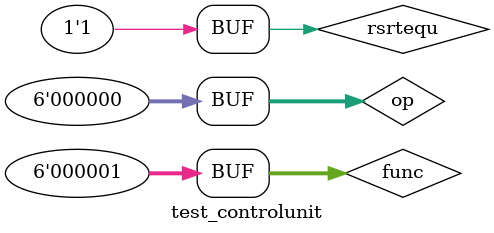
<source format=v>
`timescale 1ns / 1ps


module test_controlunit;

	// Inputs
	reg rsrtequ;
	reg [5:0] func;
	reg [5:0] op;

	// Outputs
	wire wreg;
	wire m2reg;
	wire wmem;
	wire [2:0] aluc;
	wire regrt;
	wire aluimm;
	wire sext;
	wire [1:0] pcsource;
	wire shift;

	// Instantiate the Unit Under Test (UUT)
	Control_Unit uut (
		.rsrtequ(rsrtequ), 
		.func(func), 
		.op(op), 
		.wreg(wreg), 
		.m2reg(m2reg), 
		.wmem(wmem), 
		.aluc(aluc), 
		.regrt(regrt), 
		.aluimm(aluimm), 
		.sext(sext), 
		.pcsource(pcsource), 
		.shift(shift)
	);

	initial begin
		// Initialize Inputs
		rsrtequ = 0;
		func = 0;
		op = 0;

		// Wait 100 ns for global reset to finish
		#100;
      rsrtequ = 1;     
		// Add stimulus here
		#50;op[5:0]=6'b010010;//jump
		#50;op[5:0]=6'b001111;//beq
		#50;op[5:0]=6'b001110;//store
		#50;op[5:0]=6'b001101;//load
		#50;op[5:0]=6'b001100;//xori
		#50;op[5:0]=6'b000101;//addi
		#50;op[5:0]=6'b000010;func[5:0]=6'b000010;//srl	
		#50;op[5:0]=6'b000000;func[5:0]=6'b000001;//add	

	end
      
endmodule


</source>
